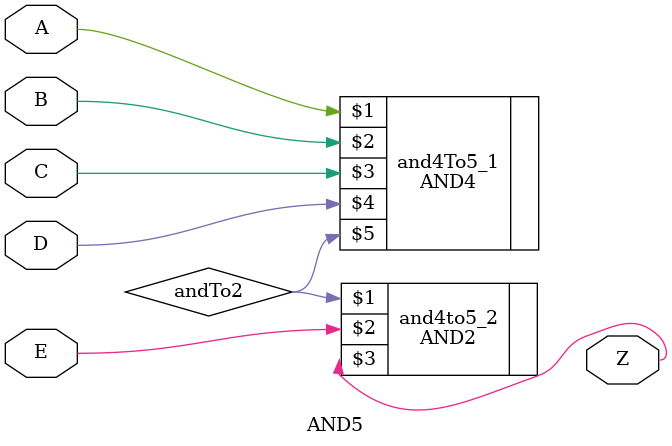
<source format=v>
module fifo (DIN, WE, RE, RESET, CLK, DOUT, EF, PEF, FF, PFF);
	
	input [7:0] DIN;
	input WE, RE, RESET, CLK;
	output [7:0] DOUT;
	output EF, PEF, PFF, FF;
	
	wire [3:0] WADD, RADD; // write address, read address
	wire [4:0] WriteMinusRead;
	
	// memory
	mem16x8 memoryFIFO (DIN, WADD[3:0], WE & ~FF, RADD[3:0], CLK, DOUT);
	
	// when in reset mode, set counter to 0
	counter4bit WADD_COUNTER (CLK, WE & ~FF, RESET, WADD[3:0]);
	counter4bit RADD_COUNTER (CLK, RE & ~EF, RESET, RADD[3:0]);
	
	// Subtract WADD from RADD
	addsub5 WR_sub (1, WADD, RADD, WriteMinusRead, CO, Overflow);
	
	AND2 andWMR1 (WriteMinusRead[4], WriteMinusRead[4], E);
	AND2 andWMR2 (WriteMinusRead[3], WriteMinusRead[3], D);
	AND2 andWMR3 (WriteMinusRead[2], WriteMinusRead[2], C);
	AND2 andWMR4 (WriteMinusRead[1], WriteMinusRead[1], B);
	AND2 andWMR5 (WriteMinusRead[0], WriteMinusRead[0], A);

	INV  invWRM1 (E, E_INV);
	INV  invWRM2 (D, D_INV);
	INV  invWRM3 (C, C_INV);
	INV  invWRM4 (B, B_INV);
	INV  invWRM5 (A, A_INV);
	
	INV invRESET (RESET, RESET_INV);
	
	// 00000
	//wire ZeroDetect   = ~E & ~D & ~C & ~B & ~A;
	AND5 andZeroDetect (E_INV, D_INV, C_INV, B_INV, A_INV, ZeroDetect);
	// 00001
	//wire OneDetect    = ~E & ~D & ~C & ~B & A;
	AND5 andOneDetect (E_INV, D_INV, C_INV, B_INV, A, OneDetect);
	// 11111
	//wire NegOneDetect = E & D & C & B & A;
	AND5 andNegOneDetect (E, D, C, B, A, NegOneDetect);
	
	//wire FF = (ZeroDetect | NegOneDetect) & ~RESET;
	OR2  flagFF1 (ZeroDetect, NegOneDetect, orFF1);
	AND2 flagFF2 (orFF1, RESET_INV, FF);
	INV  flagFFInv (FF, FF_INV);
	
	//wire EF = ((ZeroDetect | OneDetect) & ~FF) | RESET;
	OR2  flagEF1 (ZeroDetect, OneDetect, orEF1);
	AND2 flagEF2 (orEF1, FF_INV, andEF2);
	OR2  flagEF3 (andEF2, RESET, EF);
	INV  flagEFInv (EF, EF_INV);
	
	//wire PEF = (!D&!B&!A) | (!D&!C);
	AND3  flagPEF1 (D_INV, B_INV, A_INV, andPEF1);
	AND2  flagPEF2 (D_INV, C_INV, andPEF2);
	OR2   flagPEF3 (andPEF1, andPEF2, PEF);
	INV   flagPEFInv (PEF, PEF_INV);
	
	//wire PFF = (D&C);
	AND2 flagPFF (D, C, PFF);
	INV  flagPFFInv (PFF, PFF_INV);

endmodule 



// 5 input and
module AND5 (A, B, C, D, E, Z);
output Z;
input A, B, C, D, E;

	AND4 and4To5_1 (A, B, C, D, andTo2);
	AND2 and4to5_2 (andTo2, E, Z);
 
endmodule

</source>
